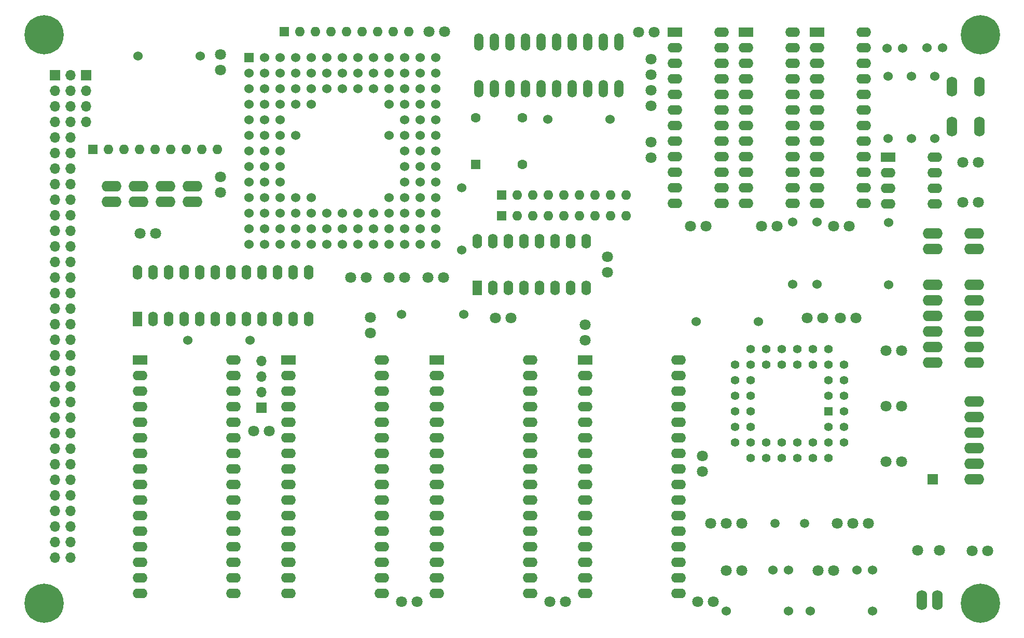
<source format=gbr>
G04 #@! TF.GenerationSoftware,KiCad,Pcbnew,(6.0.0-0)*
G04 #@! TF.CreationDate,2023-11-11T14:04:58+00:00*
G04 #@! TF.ProjectId,rosco_m68k,726f7363-6f5f-46d3-9638-6b2e6b696361,030-1.00*
G04 #@! TF.SameCoordinates,Original*
G04 #@! TF.FileFunction,Soldermask,Top*
G04 #@! TF.FilePolarity,Negative*
%FSLAX46Y46*%
G04 Gerber Fmt 4.6, Leading zero omitted, Abs format (unit mm)*
G04 Created by KiCad (PCBNEW (6.0.0-0)) date 2023-11-11 14:04:58*
%MOMM*%
%LPD*%
G01*
G04 APERTURE LIST*
%ADD10R,2.400000X1.600000*%
%ADD11O,2.400000X1.600000*%
%ADD12R,1.422400X1.422400*%
%ADD13C,1.422400*%
%ADD14C,6.400000*%
%ADD15O,1.727200X3.251200*%
%ADD16C,1.524000*%
%ADD17C,1.803400*%
%ADD18O,3.251200X1.727200*%
%ADD19C,1.500000*%
%ADD20R,1.600000X1.600000*%
%ADD21C,1.600000*%
%ADD22R,1.700000X1.700000*%
%ADD23O,1.700000X1.700000*%
%ADD24R,1.600000X2.400000*%
%ADD25O,1.600000X2.400000*%
%ADD26R,1.524000X1.524000*%
%ADD27O,1.600000X1.600000*%
%ADD28O,1.524000X2.844800*%
G04 APERTURE END LIST*
D10*
X209230000Y-78724800D03*
D11*
X209230000Y-81264800D03*
X209230000Y-83804800D03*
X209230000Y-86344800D03*
X216850000Y-86344800D03*
X216850000Y-83804800D03*
X216850000Y-81264800D03*
X216850000Y-78724800D03*
D12*
X199572000Y-120199000D03*
D13*
X202112000Y-117659000D03*
X199572000Y-117659000D03*
X202112000Y-115119000D03*
X199572000Y-115119000D03*
X202112000Y-112579000D03*
X199572000Y-110039000D03*
X199572000Y-112579000D03*
X197032000Y-110039000D03*
X197032000Y-112579000D03*
X194492000Y-110039000D03*
X194492000Y-112579000D03*
X191952000Y-110039000D03*
X191952000Y-112579000D03*
X189412000Y-110039000D03*
X189412000Y-112579000D03*
X186872000Y-110039000D03*
X184332000Y-112579000D03*
X186872000Y-112579000D03*
X184332000Y-115119000D03*
X186872000Y-115119000D03*
X184332000Y-117659000D03*
X186872000Y-117659000D03*
X184332000Y-120199000D03*
X186872000Y-120199000D03*
X184332000Y-122739000D03*
X186872000Y-122739000D03*
X184332000Y-125279000D03*
X186872000Y-127819000D03*
X186872000Y-125279000D03*
X189412000Y-127819000D03*
X189412000Y-125279000D03*
X191952000Y-127819000D03*
X191952000Y-125279000D03*
X194492000Y-127819000D03*
X194492000Y-125279000D03*
X197032000Y-127819000D03*
X197032000Y-125279000D03*
X199572000Y-127819000D03*
X202112000Y-125279000D03*
X199572000Y-125279000D03*
X202112000Y-122739000D03*
X199572000Y-122739000D03*
X202112000Y-120199000D03*
D14*
X71500000Y-151500000D03*
X71500000Y-58700000D03*
X224300000Y-151500000D03*
D15*
X219659400Y-73701200D03*
X219659400Y-67198800D03*
X224180600Y-73701200D03*
X224180600Y-67198800D03*
D14*
X224300000Y-58700000D03*
D16*
X163920000Y-72520000D03*
X153760000Y-72520000D03*
D17*
X180306000Y-138443000D03*
X182846000Y-138443000D03*
X185386000Y-138443000D03*
X163495000Y-94930000D03*
X163495000Y-97470000D03*
X100300000Y-81930000D03*
X100300000Y-84470000D03*
X159800000Y-106019000D03*
X159800000Y-108559000D03*
X223005000Y-142925000D03*
X225545000Y-142925000D03*
X87205000Y-91100000D03*
X89745000Y-91100000D03*
X208946000Y-119329500D03*
X211486000Y-119329500D03*
X168547000Y-58300000D03*
X171087000Y-58300000D03*
X176980000Y-89929000D03*
X179520000Y-89929000D03*
X188606700Y-89929000D03*
X191146700Y-89929000D03*
X208946000Y-128363000D03*
X211486000Y-128363000D03*
X214122000Y-142850000D03*
X217678000Y-142850000D03*
D10*
X186076700Y-58324800D03*
D11*
X186076700Y-60864800D03*
X186076700Y-63404800D03*
X186076700Y-65944800D03*
X186076700Y-68484800D03*
X186076700Y-71024800D03*
X186076700Y-73564800D03*
X186076700Y-76104800D03*
X186076700Y-78644800D03*
X186076700Y-81184800D03*
X186076700Y-83724800D03*
X186076700Y-86264800D03*
X193696700Y-86264800D03*
X193696700Y-83724800D03*
X193696700Y-81184800D03*
X193696700Y-78644800D03*
X193696700Y-76104800D03*
X193696700Y-73564800D03*
X193696700Y-71024800D03*
X193696700Y-68484800D03*
X193696700Y-65944800D03*
X193696700Y-63404800D03*
X193696700Y-60864800D03*
X193696700Y-58324800D03*
D18*
X223300000Y-91159000D03*
X223300000Y-93699000D03*
D16*
X211600000Y-60930000D03*
X209060000Y-60930000D03*
X218200000Y-60840000D03*
X215660000Y-60840000D03*
D19*
X190772000Y-138442000D03*
X195652000Y-138442000D03*
D20*
X141990000Y-79910000D03*
D21*
X149610000Y-79910000D03*
X149610000Y-72290000D03*
X141990000Y-72290000D03*
D10*
X159800000Y-111823600D03*
D11*
X159800000Y-114363600D03*
X159800000Y-116903600D03*
X159800000Y-119443600D03*
X159800000Y-121983600D03*
X159800000Y-124523600D03*
X159800000Y-127063600D03*
X159800000Y-129603600D03*
X159800000Y-132143600D03*
X159800000Y-134683600D03*
X159800000Y-137223600D03*
X159800000Y-139763600D03*
X159800000Y-142303600D03*
X159800000Y-144843600D03*
X159800000Y-147383600D03*
X159800000Y-149923600D03*
X175040000Y-149923600D03*
X175040000Y-147383600D03*
X175040000Y-144843600D03*
X175040000Y-142303600D03*
X175040000Y-139763600D03*
X175040000Y-137223600D03*
X175040000Y-134683600D03*
X175040000Y-132143600D03*
X175040000Y-129603600D03*
X175040000Y-127063600D03*
X175040000Y-124523600D03*
X175040000Y-121983600D03*
X175040000Y-119443600D03*
X175040000Y-116903600D03*
X175040000Y-114363600D03*
X175040000Y-111823600D03*
D10*
X135600000Y-111823600D03*
D11*
X135600000Y-114363600D03*
X135600000Y-116903600D03*
X135600000Y-119443600D03*
X135600000Y-121983600D03*
X135600000Y-124523600D03*
X135600000Y-127063600D03*
X135600000Y-129603600D03*
X135600000Y-132143600D03*
X135600000Y-134683600D03*
X135600000Y-137223600D03*
X135600000Y-139763600D03*
X135600000Y-142303600D03*
X135600000Y-144843600D03*
X135600000Y-147383600D03*
X135600000Y-149923600D03*
X150840000Y-149923600D03*
X150840000Y-147383600D03*
X150840000Y-144843600D03*
X150840000Y-142303600D03*
X150840000Y-139763600D03*
X150840000Y-137223600D03*
X150840000Y-134683600D03*
X150840000Y-132143600D03*
X150840000Y-129603600D03*
X150840000Y-127063600D03*
X150840000Y-124523600D03*
X150840000Y-121983600D03*
X150840000Y-119443600D03*
X150840000Y-116903600D03*
X150840000Y-114363600D03*
X150840000Y-111823600D03*
D10*
X111400000Y-111823600D03*
D11*
X111400000Y-114363600D03*
X111400000Y-116903600D03*
X111400000Y-119443600D03*
X111400000Y-121983600D03*
X111400000Y-124523600D03*
X111400000Y-127063600D03*
X111400000Y-129603600D03*
X111400000Y-132143600D03*
X111400000Y-134683600D03*
X111400000Y-137223600D03*
X111400000Y-139763600D03*
X111400000Y-142303600D03*
X111400000Y-144843600D03*
X111400000Y-147383600D03*
X111400000Y-149923600D03*
X126640000Y-149923600D03*
X126640000Y-147383600D03*
X126640000Y-144843600D03*
X126640000Y-142303600D03*
X126640000Y-139763600D03*
X126640000Y-137223600D03*
X126640000Y-134683600D03*
X126640000Y-132143600D03*
X126640000Y-129603600D03*
X126640000Y-127063600D03*
X126640000Y-124523600D03*
X126640000Y-121983600D03*
X126640000Y-119443600D03*
X126640000Y-116903600D03*
X126640000Y-114363600D03*
X126640000Y-111823600D03*
D22*
X73325000Y-65350000D03*
D23*
X75865000Y-65350000D03*
X73325000Y-67890000D03*
X75865000Y-67890000D03*
X73325000Y-70430000D03*
X75865000Y-70430000D03*
X73325000Y-72970000D03*
X75865000Y-72970000D03*
X73325000Y-75510000D03*
X75865000Y-75510000D03*
X73325000Y-78050000D03*
X75865000Y-78050000D03*
X73325000Y-80590000D03*
X75865000Y-80590000D03*
X73325000Y-83130000D03*
X75865000Y-83130000D03*
X73325000Y-85670000D03*
X75865000Y-85670000D03*
X73325000Y-88210000D03*
X75865000Y-88210000D03*
X73325000Y-90750000D03*
X75865000Y-90750000D03*
X73325000Y-93290000D03*
X75865000Y-93290000D03*
X73325000Y-95830000D03*
X75865000Y-95830000D03*
X73325000Y-98370000D03*
X75865000Y-98370000D03*
X73325000Y-100910000D03*
X75865000Y-100910000D03*
X73325000Y-103450000D03*
X75865000Y-103450000D03*
X73325000Y-105990000D03*
X75865000Y-105990000D03*
X73325000Y-108530000D03*
X75865000Y-108530000D03*
X73325000Y-111070000D03*
X75865000Y-111070000D03*
X73325000Y-113610000D03*
X75865000Y-113610000D03*
X73325000Y-116150000D03*
X75865000Y-116150000D03*
X73325000Y-118690000D03*
X75865000Y-118690000D03*
X73325000Y-121230000D03*
X75865000Y-121230000D03*
X73325000Y-123770000D03*
X75865000Y-123770000D03*
X73325000Y-126310000D03*
X75865000Y-126310000D03*
X73325000Y-128850000D03*
X75865000Y-128850000D03*
X73325000Y-131390000D03*
X75865000Y-131390000D03*
X73325000Y-133930000D03*
X75865000Y-133930000D03*
X73325000Y-136470000D03*
X75865000Y-136470000D03*
X73325000Y-139010000D03*
X75865000Y-139010000D03*
X73325000Y-141550000D03*
X75865000Y-141550000D03*
X73325000Y-144090000D03*
X75865000Y-144090000D03*
D16*
X139980000Y-104324000D03*
X129820000Y-104324000D03*
D10*
X174450000Y-58324800D03*
D11*
X174450000Y-60864800D03*
X174450000Y-63404800D03*
X174450000Y-65944800D03*
X174450000Y-68484800D03*
X174450000Y-71024800D03*
X174450000Y-73564800D03*
X174450000Y-76104800D03*
X174450000Y-78644800D03*
X174450000Y-81184800D03*
X174450000Y-83724800D03*
X174450000Y-86264800D03*
X182070000Y-86264800D03*
X182070000Y-83724800D03*
X182070000Y-81184800D03*
X182070000Y-78644800D03*
X182070000Y-76104800D03*
X182070000Y-73564800D03*
X182070000Y-71024800D03*
X182070000Y-68484800D03*
X182070000Y-65944800D03*
X182070000Y-63404800D03*
X182070000Y-60864800D03*
X182070000Y-58324800D03*
D17*
X178918000Y-129962000D03*
X178918000Y-127422000D03*
X124750000Y-107370000D03*
X124750000Y-104830000D03*
X203510000Y-138443000D03*
X206050000Y-138443000D03*
X200970000Y-138443000D03*
X223999000Y-79525000D03*
X221459000Y-79525000D03*
X196069000Y-104952000D03*
X198609000Y-104952000D03*
D18*
X223300000Y-131310000D03*
X223300000Y-128770000D03*
X223300000Y-126230000D03*
X223300000Y-123690000D03*
X223300000Y-121150000D03*
X223300000Y-118610000D03*
D17*
X208946000Y-110296000D03*
X211486000Y-110296000D03*
X145149000Y-104943000D03*
X147689000Y-104943000D03*
D18*
X216564000Y-112258000D03*
X216564000Y-109718000D03*
X216564000Y-107178000D03*
X216564000Y-104638000D03*
X216564000Y-102098000D03*
X216564000Y-99558000D03*
X223300000Y-112258000D03*
X223300000Y-109718000D03*
X223300000Y-107178000D03*
X223300000Y-104638000D03*
X223300000Y-102098000D03*
X223300000Y-99558000D03*
D15*
X214730000Y-151000000D03*
X217270000Y-151000000D03*
D17*
X201455000Y-104952000D03*
X203995000Y-104952000D03*
X100300000Y-64470000D03*
X100300000Y-61930000D03*
X170550000Y-76203000D03*
X170550000Y-78743000D03*
D18*
X216564000Y-91159000D03*
X216564000Y-93699000D03*
D16*
X209362000Y-89353000D03*
X209362000Y-99513000D03*
X213078000Y-65450000D03*
X213078000Y-75610000D03*
X209230000Y-65450000D03*
X209230000Y-75610000D03*
X86870000Y-62200000D03*
X97030000Y-62200000D03*
X216850000Y-65450000D03*
X216850000Y-75610000D03*
D18*
X91296700Y-83430000D03*
X91296700Y-85970000D03*
D16*
X95001000Y-108593000D03*
X105161000Y-108593000D03*
X193006000Y-146120000D03*
X190466000Y-146120000D03*
X206704000Y-146122000D03*
X204164000Y-146122000D03*
X193006000Y-152746000D03*
X182846000Y-152746000D03*
X206704000Y-152746000D03*
X196544000Y-152746000D03*
D18*
X95700000Y-85970000D03*
X95700000Y-83430000D03*
D10*
X87200000Y-111823600D03*
D11*
X87200000Y-114363600D03*
X87200000Y-116903600D03*
X87200000Y-119443600D03*
X87200000Y-121983600D03*
X87200000Y-124523600D03*
X87200000Y-127063600D03*
X87200000Y-129603600D03*
X87200000Y-132143600D03*
X87200000Y-134683600D03*
X87200000Y-137223600D03*
X87200000Y-139763600D03*
X87200000Y-142303600D03*
X87200000Y-144843600D03*
X87200000Y-147383600D03*
X87200000Y-149923600D03*
X102440000Y-149923600D03*
X102440000Y-147383600D03*
X102440000Y-144843600D03*
X102440000Y-142303600D03*
X102440000Y-139763600D03*
X102440000Y-137223600D03*
X102440000Y-134683600D03*
X102440000Y-132143600D03*
X102440000Y-129603600D03*
X102440000Y-127063600D03*
X102440000Y-124523600D03*
X102440000Y-121983600D03*
X102440000Y-119443600D03*
X102440000Y-116903600D03*
X102440000Y-114363600D03*
X102440000Y-111823600D03*
D17*
X221459000Y-86101000D03*
X223999000Y-86101000D03*
X182846000Y-146143000D03*
X185386000Y-146143000D03*
X202959000Y-89929000D03*
X200419000Y-89929000D03*
D10*
X197703300Y-58324800D03*
D11*
X197703300Y-60864800D03*
X197703300Y-63404800D03*
X197703300Y-65944800D03*
X197703300Y-68484800D03*
X197703300Y-71024800D03*
X197703300Y-73564800D03*
X197703300Y-76104800D03*
X197703300Y-78644800D03*
X197703300Y-81184800D03*
X197703300Y-83724800D03*
X197703300Y-86264800D03*
X205323300Y-86264800D03*
X205323300Y-83724800D03*
X205323300Y-81184800D03*
X205323300Y-78644800D03*
X205323300Y-76104800D03*
X205323300Y-73564800D03*
X205323300Y-71024800D03*
X205323300Y-68484800D03*
X205323300Y-65944800D03*
X205323300Y-63404800D03*
X205323300Y-60864800D03*
X205323300Y-58324800D03*
D16*
X197703300Y-89303000D03*
X197703300Y-99463000D03*
D17*
X170550000Y-67810000D03*
X170550000Y-70350000D03*
X170543000Y-62680000D03*
X170543000Y-65220000D03*
D24*
X86787000Y-105081000D03*
D25*
X89327000Y-105081000D03*
X91867000Y-105081000D03*
X94407000Y-105081000D03*
X96947000Y-105081000D03*
X99487000Y-105081000D03*
X102027000Y-105081000D03*
X104567000Y-105081000D03*
X107107000Y-105081000D03*
X109647000Y-105081000D03*
X112187000Y-105081000D03*
X114727000Y-105081000D03*
X114727000Y-97461000D03*
X112187000Y-97461000D03*
X109647000Y-97461000D03*
X107107000Y-97461000D03*
X104567000Y-97461000D03*
X102027000Y-97461000D03*
X99487000Y-97461000D03*
X96947000Y-97461000D03*
X94407000Y-97461000D03*
X91867000Y-97461000D03*
X89327000Y-97461000D03*
X86787000Y-97461000D03*
D22*
X106971000Y-119607000D03*
D23*
X106971000Y-117067000D03*
X106971000Y-114527000D03*
X106971000Y-111987000D03*
D17*
X180750000Y-151263000D03*
X178210000Y-151263000D03*
X154030000Y-151263000D03*
X156570000Y-151263000D03*
X129852000Y-151263000D03*
X132392000Y-151263000D03*
X105701000Y-123400000D03*
X108241000Y-123400000D03*
D16*
X193696700Y-89303000D03*
X193696700Y-99463000D03*
D22*
X216564000Y-131310000D03*
D24*
X142225000Y-100025000D03*
D25*
X144765000Y-100025000D03*
X147305000Y-100025000D03*
X149845000Y-100025000D03*
X152385000Y-100025000D03*
X154925000Y-100025000D03*
X157465000Y-100025000D03*
X160005000Y-100025000D03*
X160005000Y-92405000D03*
X157465000Y-92405000D03*
X154925000Y-92405000D03*
X152385000Y-92405000D03*
X149845000Y-92405000D03*
X147305000Y-92405000D03*
X144765000Y-92405000D03*
X142225000Y-92405000D03*
D16*
X139700000Y-93880000D03*
X139700000Y-83720000D03*
X188080000Y-105500000D03*
X177920000Y-105500000D03*
D17*
X197840000Y-146143000D03*
X200380000Y-146143000D03*
D18*
X82490000Y-83430000D03*
X82490000Y-85970000D03*
D22*
X78405000Y-65350000D03*
D23*
X78405000Y-67890000D03*
X78405000Y-70430000D03*
X78405000Y-72970000D03*
D26*
X104930000Y-62420000D03*
D16*
X107470000Y-62420000D03*
X110010000Y-62420000D03*
X112550000Y-62420000D03*
X115090000Y-62420000D03*
X117630000Y-62420000D03*
X120170000Y-62420000D03*
X122710000Y-62420000D03*
X125250000Y-62420000D03*
X127790000Y-62420000D03*
X130330000Y-62420000D03*
X132870000Y-62420000D03*
X135410000Y-62420000D03*
X104930000Y-64960000D03*
X107470000Y-64960000D03*
X110010000Y-64960000D03*
X112550000Y-64960000D03*
X115090000Y-64960000D03*
X117630000Y-64960000D03*
X120170000Y-64960000D03*
X122710000Y-64960000D03*
X125250000Y-64960000D03*
X127790000Y-64960000D03*
X130330000Y-64960000D03*
X132870000Y-64960000D03*
X135410000Y-64960000D03*
X104930000Y-67500000D03*
X107470000Y-67500000D03*
X110010000Y-67500000D03*
X112550000Y-67500000D03*
X115090000Y-67500000D03*
X117630000Y-67500000D03*
X120170000Y-67500000D03*
X122710000Y-67500000D03*
X125250000Y-67500000D03*
X127790000Y-67500000D03*
X130330000Y-67500000D03*
X132870000Y-67500000D03*
X135410000Y-67500000D03*
X104930000Y-70040000D03*
X107470000Y-70040000D03*
X110010000Y-70040000D03*
X112550000Y-70040000D03*
X115090000Y-70040000D03*
X127790000Y-70040000D03*
X130330000Y-70040000D03*
X132870000Y-70040000D03*
X135410000Y-70040000D03*
X104930000Y-72580000D03*
X107470000Y-72580000D03*
X110010000Y-72580000D03*
X130330000Y-72580000D03*
X132870000Y-72580000D03*
X135410000Y-72580000D03*
X104930000Y-75120000D03*
X107470000Y-75120000D03*
X110010000Y-75120000D03*
X112550000Y-75120000D03*
X127790000Y-75120000D03*
X130330000Y-75120000D03*
X132870000Y-75120000D03*
X135410000Y-75120000D03*
X104930000Y-77660000D03*
X107470000Y-77660000D03*
X110010000Y-77660000D03*
X130330000Y-77660000D03*
X132870000Y-77660000D03*
X135410000Y-77660000D03*
X104930000Y-80200000D03*
X107470000Y-80200000D03*
X110010000Y-80200000D03*
X130330000Y-80200000D03*
X132870000Y-80200000D03*
X135410000Y-80200000D03*
X104930000Y-82740000D03*
X107470000Y-82740000D03*
X110010000Y-82740000D03*
X130330000Y-82740000D03*
X132870000Y-82740000D03*
X135410000Y-82740000D03*
X104930000Y-85280000D03*
X107470000Y-85280000D03*
X110010000Y-85280000D03*
X112550000Y-85280000D03*
X115090000Y-85280000D03*
X127790000Y-85280000D03*
X130330000Y-85280000D03*
X132870000Y-85280000D03*
X135410000Y-85280000D03*
X104930000Y-87820000D03*
X107470000Y-87820000D03*
X110010000Y-87820000D03*
X112550000Y-87820000D03*
X115090000Y-87820000D03*
X117630000Y-87820000D03*
X120170000Y-87820000D03*
X122710000Y-87820000D03*
X125250000Y-87820000D03*
X127790000Y-87820000D03*
X130330000Y-87820000D03*
X132870000Y-87820000D03*
X135410000Y-87820000D03*
X104930000Y-90360000D03*
X107470000Y-90360000D03*
X110010000Y-90360000D03*
X112550000Y-90360000D03*
X115090000Y-90360000D03*
X117630000Y-90360000D03*
X120170000Y-90360000D03*
X122710000Y-90360000D03*
X125250000Y-90360000D03*
X127790000Y-90360000D03*
X130330000Y-90360000D03*
X132870000Y-90360000D03*
X135410000Y-90360000D03*
X104930000Y-92900000D03*
X107470000Y-92900000D03*
X110010000Y-92900000D03*
X112550000Y-92900000D03*
X115090000Y-92900000D03*
X117630000Y-92900000D03*
X120170000Y-92900000D03*
X122710000Y-92900000D03*
X125250000Y-92900000D03*
X127790000Y-92900000D03*
X130330000Y-92900000D03*
X132870000Y-92900000D03*
X135410000Y-92900000D03*
D17*
X134366000Y-58166000D03*
X136906000Y-58166000D03*
D20*
X110729000Y-58166000D03*
D27*
X113269000Y-58166000D03*
X115809000Y-58166000D03*
X118349000Y-58166000D03*
X120889000Y-58166000D03*
X123429000Y-58166000D03*
X125969000Y-58166000D03*
X128509000Y-58166000D03*
X131049000Y-58166000D03*
D17*
X134130000Y-98300000D03*
X136670000Y-98300000D03*
D20*
X146225000Y-88300000D03*
D27*
X148765000Y-88300000D03*
X151305000Y-88300000D03*
X153845000Y-88300000D03*
X156385000Y-88300000D03*
X158925000Y-88300000D03*
X161465000Y-88300000D03*
X164005000Y-88300000D03*
X166545000Y-88300000D03*
D17*
X127830000Y-98300000D03*
X130370000Y-98300000D03*
D20*
X146225000Y-84900000D03*
D27*
X148765000Y-84900000D03*
X151305000Y-84900000D03*
X153845000Y-84900000D03*
X156385000Y-84900000D03*
X158925000Y-84900000D03*
X161465000Y-84900000D03*
X164005000Y-84900000D03*
X166545000Y-84900000D03*
D28*
X142470000Y-67510000D03*
X145010000Y-67510000D03*
X147550000Y-67510000D03*
X150090000Y-67510000D03*
X152630000Y-67510000D03*
X155170000Y-67510000D03*
X157710000Y-67510000D03*
X160250000Y-67510000D03*
X162790000Y-67510000D03*
X165330000Y-67510000D03*
X165330000Y-59890000D03*
X162790000Y-59890000D03*
X160250000Y-59890000D03*
X157710000Y-59890000D03*
X155170000Y-59890000D03*
X152630000Y-59890000D03*
X150090000Y-59890000D03*
X147550000Y-59890000D03*
X145010000Y-59890000D03*
X142470000Y-59890000D03*
D20*
X79490000Y-77460000D03*
D27*
X82030000Y-77460000D03*
X84570000Y-77460000D03*
X87110000Y-77460000D03*
X89650000Y-77460000D03*
X92190000Y-77460000D03*
X94730000Y-77460000D03*
X97270000Y-77460000D03*
X99810000Y-77460000D03*
D18*
X86893300Y-83430000D03*
X86893300Y-85970000D03*
D17*
X121530000Y-98300000D03*
X124070000Y-98300000D03*
M02*

</source>
